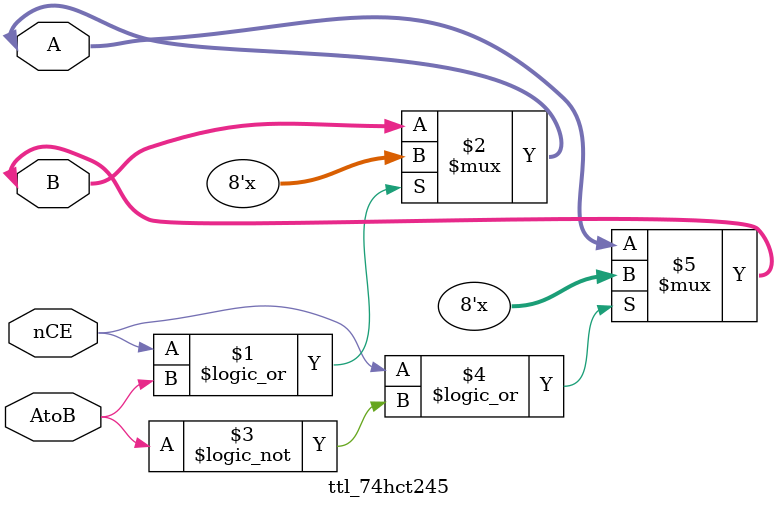
<source format=v>
module ttl_74hct245(
	inout [7:0] A,
	inout [7:0] B,
	input nCE,
	input AtoB
);

assign A = nCE || AtoB ? 8'hzz : B;
assign B = nCE || (!AtoB) ? 8'hzz : A;

endmodule

</source>
